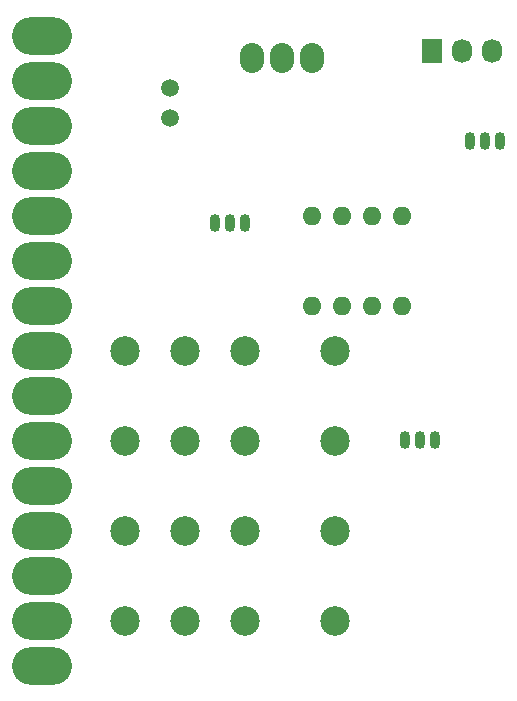
<source format=gbs>
G04 #@! TF.FileFunction,Soldermask,Bot*
%FSLAX46Y46*%
G04 Gerber Fmt 4.6, Leading zero omitted, Abs format (unit mm)*
G04 Created by KiCad (PCBNEW (2015-10-14 BZR 6269)-product) date Thursday, October 15, 2015 'PMt' 05:26:15 PM*
%MOMM*%
G01*
G04 APERTURE LIST*
%ADD10C,0.100000*%
%ADD11C,2.500000*%
%ADD12O,5.080000X3.175000*%
%ADD13C,1.501140*%
%ADD14O,1.600000X1.600000*%
%ADD15R,1.727200X2.032000*%
%ADD16O,1.727200X2.032000*%
%ADD17O,0.899160X1.501140*%
%ADD18O,2.032000X2.540000*%
G04 APERTURE END LIST*
D10*
D11*
X107950000Y-85725000D03*
X113030000Y-85725000D03*
X118110000Y-85725000D03*
X125730000Y-85725000D03*
X125730000Y-78105000D03*
X118110000Y-78105000D03*
X113030000Y-78105000D03*
X107950000Y-78105000D03*
X107950000Y-100965000D03*
X113030000Y-100965000D03*
X118110000Y-100965000D03*
X125730000Y-100965000D03*
X125730000Y-93345000D03*
X118110000Y-93345000D03*
X113030000Y-93345000D03*
X107950000Y-93345000D03*
D12*
X100965000Y-51435000D03*
X100965000Y-55245000D03*
X100965000Y-59055000D03*
X100965000Y-62865000D03*
X100965000Y-66675000D03*
X100965000Y-70485000D03*
X100965000Y-74295000D03*
X100965000Y-78105000D03*
X100965000Y-81915000D03*
X100965000Y-85725000D03*
X100965000Y-89535000D03*
X100965000Y-93345000D03*
X100965000Y-97155000D03*
X100965000Y-100965000D03*
X100965000Y-104775000D03*
D13*
X111760000Y-58420000D03*
X111760000Y-55880000D03*
D14*
X123825000Y-74295000D03*
X126365000Y-74295000D03*
X128905000Y-74295000D03*
X131445000Y-74295000D03*
X131445000Y-66675000D03*
X128905000Y-66675000D03*
X126365000Y-66675000D03*
X123825000Y-66675000D03*
D15*
X133985000Y-52705000D03*
D16*
X136525000Y-52705000D03*
X139065000Y-52705000D03*
D17*
X132937555Y-85682351D03*
X134207555Y-85682351D03*
X131667555Y-85682351D03*
X138430000Y-60325000D03*
X139700000Y-60325000D03*
X137160000Y-60325000D03*
X116840000Y-67310000D03*
X118110000Y-67310000D03*
X115570000Y-67310000D03*
D18*
X121285000Y-53340000D03*
X123825000Y-53340000D03*
X118745000Y-53340000D03*
M02*

</source>
